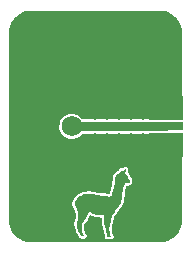
<source format=gbr>
%TF.GenerationSoftware,KiCad,Pcbnew,6.0.1-79c1e3a40b~116~ubuntu20.04.1*%
%TF.CreationDate,2022-01-27T21:51:33+01:00*%
%TF.ProjectId,sma-connector,736d612d-636f-46e6-9e65-63746f722e6b,1*%
%TF.SameCoordinates,Original*%
%TF.FileFunction,Copper,L1,Top*%
%TF.FilePolarity,Positive*%
%FSLAX46Y46*%
G04 Gerber Fmt 4.6, Leading zero omitted, Abs format (unit mm)*
G04 Created by KiCad (PCBNEW 6.0.1-79c1e3a40b~116~ubuntu20.04.1) date 2022-01-27 21:51:33*
%MOMM*%
%LPD*%
G01*
G04 APERTURE LIST*
G04 Aperture macros list*
%AMFreePoly0*
4,1,25,-1.500000,1.420000,-1.360000,1.280000,-1.205000,1.155000,-1.035000,1.045000,-0.860000,0.950000,-0.675000,0.875000,-0.480000,0.820000,-0.280000,0.780000,-0.085000,0.765000,0.085000,0.765000,0.280000,0.780000,0.480000,0.820000,0.675000,0.875000,0.860000,0.950000,1.035000,1.045000,1.205000,1.155000,1.360000,1.280000,1.500000,1.420000,1.645000,1.595000,3.555000,1.595000,
3.555000,-0.755000,-3.555000,-0.755000,-3.555000,1.595000,-1.645000,1.595000,-1.500000,1.420000,-1.500000,1.420000,$1*%
G04 Aperture macros list end*
%TA.AperFunction,SMDPad,CuDef*%
%ADD10R,3.000000X0.800000*%
%TD*%
%TA.AperFunction,ComponentPad*%
%ADD11C,0.800000*%
%TD*%
%TA.AperFunction,SMDPad,CuDef*%
%ADD12R,3.000000X2.000000*%
%TD*%
%TA.AperFunction,ComponentPad*%
%ADD13C,3.400000*%
%TD*%
%TA.AperFunction,SMDPad,CuDef*%
%ADD14C,1.730000*%
%TD*%
%TA.AperFunction,SMDPad,CuDef*%
%ADD15FreePoly0,180.000000*%
%TD*%
%TA.AperFunction,SMDPad,CuDef*%
%ADD16FreePoly0,0.000000*%
%TD*%
%TA.AperFunction,ViaPad*%
%ADD17C,0.800000*%
%TD*%
%TA.AperFunction,Conductor*%
%ADD18C,0.800000*%
%TD*%
G04 APERTURE END LIST*
%TO.C,G\u002A\u002A\u002A*%
G36*
X136548983Y-67137435D02*
G01*
X136566473Y-67146707D01*
X136573503Y-67166088D01*
X136570320Y-67198790D01*
X136557169Y-67248027D01*
X136534626Y-67316053D01*
X136514960Y-67372108D01*
X136497923Y-67419130D01*
X136485257Y-67452422D01*
X136478702Y-67467282D01*
X136478505Y-67467523D01*
X136485289Y-67476203D01*
X136508581Y-67493470D01*
X136543354Y-67515601D01*
X136543685Y-67515799D01*
X136619165Y-67568229D01*
X136676569Y-67623171D01*
X136714749Y-67678522D01*
X136732557Y-67732182D01*
X136728846Y-67782047D01*
X136708983Y-67818579D01*
X136685545Y-67847524D01*
X136753433Y-67888419D01*
X136801659Y-67919701D01*
X136851482Y-67955428D01*
X136877115Y-67975570D01*
X136908385Y-68002788D01*
X136924089Y-68022811D01*
X136928248Y-68043662D01*
X136925187Y-68071435D01*
X136919157Y-68119141D01*
X136915014Y-68167505D01*
X136914860Y-68170268D01*
X136908443Y-68207889D01*
X136891939Y-68229077D01*
X136885142Y-68233029D01*
X136857212Y-68252835D01*
X136833532Y-68276823D01*
X136821457Y-68289767D01*
X136806748Y-68298692D01*
X136784526Y-68304627D01*
X136749913Y-68308603D01*
X136698027Y-68311651D01*
X136660954Y-68313281D01*
X136589353Y-68317603D01*
X136535454Y-68323662D01*
X136502094Y-68331085D01*
X136494013Y-68335184D01*
X136479580Y-68357384D01*
X136468714Y-68391433D01*
X136467661Y-68397195D01*
X136458828Y-68428500D01*
X136441324Y-68474186D01*
X136418152Y-68526750D01*
X136404454Y-68555127D01*
X136383847Y-68597750D01*
X136367793Y-68635518D01*
X136354826Y-68673761D01*
X136343479Y-68717806D01*
X136332287Y-68772983D01*
X136319782Y-68844620D01*
X136312299Y-68889990D01*
X136298626Y-68980404D01*
X136285306Y-69080321D01*
X136273533Y-69179974D01*
X136264499Y-69269594D01*
X136261540Y-69305468D01*
X136244458Y-69484936D01*
X136221201Y-69644064D01*
X136191090Y-69786699D01*
X136153933Y-69915225D01*
X136119233Y-70008557D01*
X136079816Y-70089949D01*
X136031473Y-70166239D01*
X135969997Y-70244263D01*
X135911002Y-70309890D01*
X135793005Y-70450410D01*
X135692761Y-70602053D01*
X135617818Y-70745544D01*
X135584000Y-70813616D01*
X135553544Y-70864591D01*
X135522177Y-70904969D01*
X135494341Y-70933276D01*
X135461129Y-70962697D01*
X135434053Y-70983815D01*
X135418831Y-70992180D01*
X135418623Y-70992187D01*
X135404288Y-71000024D01*
X135390448Y-71024687D01*
X135376613Y-71067901D01*
X135362291Y-71131393D01*
X135346992Y-71216890D01*
X135337379Y-71277894D01*
X135319656Y-71389529D01*
X135302573Y-71484193D01*
X135284372Y-71569602D01*
X135263293Y-71653474D01*
X135237580Y-71743526D01*
X135213093Y-71823278D01*
X135188507Y-71906831D01*
X135172034Y-71978473D01*
X135163316Y-72044883D01*
X135161994Y-72112742D01*
X135167710Y-72188728D01*
X135180105Y-72279521D01*
X135186483Y-72319238D01*
X135198350Y-72393059D01*
X135209432Y-72465411D01*
X135218727Y-72529510D01*
X135225234Y-72578572D01*
X135226791Y-72592090D01*
X135235591Y-72646104D01*
X135251763Y-72690710D01*
X135280132Y-72738801D01*
X135283636Y-72744018D01*
X135331881Y-72815332D01*
X134969318Y-72815332D01*
X134977699Y-72775024D01*
X134988079Y-72739306D01*
X135000592Y-72711884D01*
X135006425Y-72695629D01*
X135003571Y-72673531D01*
X134990624Y-72639765D01*
X134975343Y-72607174D01*
X134951334Y-72552338D01*
X134930892Y-72492520D01*
X134912691Y-72422682D01*
X134895405Y-72337789D01*
X134879083Y-72241499D01*
X134866988Y-72178939D01*
X134849142Y-72103484D01*
X134828158Y-72025587D01*
X134810901Y-71968647D01*
X134787294Y-71893226D01*
X134769065Y-71828083D01*
X134755108Y-71767061D01*
X134744317Y-71704005D01*
X134735586Y-71632758D01*
X134727809Y-71547164D01*
X134722374Y-71475879D01*
X134716044Y-71352073D01*
X134715081Y-71233563D01*
X134719371Y-71126298D01*
X134728798Y-71036226D01*
X134731216Y-71021223D01*
X134737981Y-70982046D01*
X134515676Y-70988913D01*
X134370694Y-70990737D01*
X134244557Y-70986229D01*
X134132001Y-70974887D01*
X134027762Y-70956211D01*
X133942311Y-70934353D01*
X133814531Y-70887707D01*
X133707319Y-70827643D01*
X133620148Y-70753786D01*
X133552489Y-70665762D01*
X133545166Y-70653375D01*
X133510927Y-70593616D01*
X133502204Y-70628369D01*
X133478365Y-70697004D01*
X133441469Y-70772732D01*
X133396836Y-70845988D01*
X133349790Y-70907210D01*
X133342803Y-70914817D01*
X133301993Y-70959259D01*
X133274619Y-70994404D01*
X133256421Y-71028335D01*
X133243139Y-71069138D01*
X133230513Y-71124897D01*
X133229482Y-71129871D01*
X133206493Y-71217050D01*
X133173878Y-71296687D01*
X133128669Y-71373894D01*
X133067897Y-71453780D01*
X132993229Y-71536617D01*
X132940532Y-71592762D01*
X132902655Y-71635946D01*
X132876498Y-71670355D01*
X132858962Y-71700180D01*
X132846946Y-71729607D01*
X132844311Y-71737815D01*
X132827668Y-71812698D01*
X132817915Y-71900830D01*
X132815708Y-71991447D01*
X132821707Y-72073788D01*
X132823167Y-72083593D01*
X132845949Y-72222991D01*
X132866117Y-72339479D01*
X132884067Y-72434771D01*
X132900193Y-72510580D01*
X132914893Y-72568617D01*
X132928560Y-72610596D01*
X132941591Y-72638229D01*
X132954381Y-72653229D01*
X132954792Y-72653520D01*
X132991397Y-72683848D01*
X133024435Y-72719415D01*
X133047134Y-72752465D01*
X133052433Y-72765393D01*
X133054058Y-72776810D01*
X133048887Y-72784118D01*
X133032661Y-72788229D01*
X133001120Y-72790059D01*
X132950004Y-72790519D01*
X132935209Y-72790527D01*
X132811411Y-72790527D01*
X132814264Y-72756421D01*
X132811768Y-72734561D01*
X132798532Y-72709668D01*
X132771441Y-72676955D01*
X132743613Y-72647900D01*
X132692227Y-72588998D01*
X132645461Y-72519928D01*
X132601544Y-72437267D01*
X132558705Y-72337595D01*
X132515172Y-72217490D01*
X132504923Y-72186759D01*
X132463141Y-72052764D01*
X132432802Y-71936645D01*
X132413967Y-71834241D01*
X132406694Y-71741389D01*
X132411044Y-71653926D01*
X132427077Y-71567692D01*
X132454853Y-71478524D01*
X132494430Y-71382260D01*
X132517187Y-71333252D01*
X132535573Y-71293298D01*
X132547500Y-71260886D01*
X132554325Y-71228602D01*
X132557404Y-71189034D01*
X132558092Y-71134770D01*
X132558014Y-71110009D01*
X132548526Y-70976620D01*
X132521426Y-70827354D01*
X132476994Y-70663515D01*
X132435241Y-70539502D01*
X132413485Y-70474467D01*
X132393059Y-70404948D01*
X132377146Y-70342116D01*
X132372181Y-70318331D01*
X132356944Y-70250082D01*
X132340420Y-70198304D01*
X132323680Y-70164656D01*
X132307797Y-70150796D01*
X132293841Y-70158384D01*
X132284408Y-70182482D01*
X132278682Y-70202440D01*
X132273410Y-70204268D01*
X132265112Y-70185910D01*
X132258185Y-70166979D01*
X132245107Y-70109030D01*
X132240320Y-70037013D01*
X132243593Y-69960157D01*
X132254693Y-69887689D01*
X132266241Y-69846612D01*
X132322965Y-69723134D01*
X132400947Y-69610445D01*
X132498711Y-69509411D01*
X132614783Y-69420898D01*
X132747688Y-69345772D01*
X132895949Y-69284897D01*
X133058094Y-69239141D01*
X133232645Y-69209368D01*
X133371386Y-69198023D01*
X133476743Y-69195578D01*
X133577648Y-69198650D01*
X133679998Y-69207893D01*
X133789687Y-69223960D01*
X133912612Y-69247505D01*
X134009974Y-69268851D01*
X134125308Y-69294699D01*
X134221050Y-69314928D01*
X134301618Y-69330146D01*
X134371429Y-69340960D01*
X134434904Y-69347978D01*
X134496458Y-69351810D01*
X134560511Y-69353062D01*
X134618374Y-69352584D01*
X134685716Y-69351793D01*
X134738854Y-69352601D01*
X134784830Y-69355874D01*
X134830687Y-69362478D01*
X134883469Y-69373280D01*
X134950217Y-69389146D01*
X134984403Y-69397600D01*
X135070839Y-69418162D01*
X135137639Y-69431327D01*
X135188847Y-69437079D01*
X135228509Y-69435406D01*
X135260669Y-69426290D01*
X135289372Y-69409719D01*
X135306331Y-69396432D01*
X135331601Y-69371905D01*
X135353018Y-69342447D01*
X135372123Y-69304296D01*
X135390455Y-69253687D01*
X135409556Y-69186855D01*
X135430967Y-69100037D01*
X135435367Y-69081213D01*
X135456442Y-68995160D01*
X135481837Y-68898595D01*
X135508531Y-68802654D01*
X135533499Y-68718473D01*
X135536311Y-68709450D01*
X135554945Y-68648715D01*
X135569737Y-68596126D01*
X135581647Y-68546496D01*
X135591634Y-68494644D01*
X135600657Y-68435383D01*
X135609676Y-68363531D01*
X135619649Y-68273902D01*
X135623385Y-68238867D01*
X135636703Y-68116285D01*
X135648553Y-68015365D01*
X135659505Y-67933049D01*
X135670125Y-67866278D01*
X135680981Y-67811993D01*
X135692643Y-67767135D01*
X135705677Y-67728646D01*
X135720651Y-67693467D01*
X135727185Y-67679893D01*
X135752076Y-67632849D01*
X135777417Y-67594250D01*
X135807496Y-67559715D01*
X135846599Y-67524862D01*
X135899012Y-67485310D01*
X135957275Y-67444692D01*
X136016903Y-67401539D01*
X136078903Y-67352737D01*
X136134573Y-67305315D01*
X136164539Y-67277278D01*
X136202207Y-67242003D01*
X136234668Y-67215432D01*
X136257254Y-67201203D01*
X136263758Y-67199950D01*
X136280048Y-67217495D01*
X136281983Y-67253480D01*
X136269588Y-67306135D01*
X136262002Y-67327816D01*
X136248222Y-67365970D01*
X136238903Y-67394305D01*
X136236328Y-67404851D01*
X136243925Y-67402553D01*
X136264266Y-67385423D01*
X136293674Y-67357220D01*
X136328473Y-67321704D01*
X136364988Y-67282633D01*
X136399541Y-67243769D01*
X136428456Y-67208870D01*
X136430408Y-67206372D01*
X136463047Y-67167073D01*
X136487876Y-67144927D01*
X136509995Y-67135908D01*
X136520788Y-67135058D01*
X136548983Y-67137435D01*
G37*
%TD*%
D10*
%TO.P,J2,1,Pin_1*%
%TO.N,Net-(J1-Pad1)*%
X140000000Y-63500000D03*
D11*
%TO.P,J2,2,Pin_2*%
%TO.N,GND*%
X139500000Y-65000000D03*
X140500000Y-65100000D03*
X141000000Y-62500000D03*
X139000000Y-62500000D03*
X141000000Y-64500000D03*
D12*
X140000000Y-61900000D03*
X140000000Y-65100000D03*
D11*
X139500000Y-62000000D03*
X140500000Y-62000000D03*
X140000000Y-62500000D03*
X139000000Y-64500000D03*
X140000000Y-64500000D03*
%TD*%
D13*
%TO.P,H3,1,1*%
%TO.N,GND*%
X129000000Y-56000000D03*
%TD*%
D14*
%TO.P,J1,1,In*%
%TO.N,Net-(J1-Pad1)*%
X132000000Y-63500000D03*
D15*
%TO.P,J1,2,Ext*%
%TO.N,GND*%
X132000000Y-60700000D03*
D16*
X132000000Y-66300000D03*
%TD*%
D13*
%TO.P,H4,1,1*%
%TO.N,GND*%
X139000000Y-71000000D03*
%TD*%
%TO.P,H2,1,1*%
%TO.N,GND*%
X139000000Y-56000000D03*
%TD*%
%TO.P,H1,1,1*%
%TO.N,GND*%
X129000000Y-71000000D03*
%TD*%
D17*
%TO.N,GND*%
X134500000Y-62000000D03*
X133000000Y-61500000D03*
X132000000Y-61500000D03*
X131000000Y-61500000D03*
X131000000Y-65500000D03*
X132000000Y-65500000D03*
X133000000Y-65500000D03*
X130500000Y-64000000D03*
X130500000Y-63000000D03*
X130000000Y-63500000D03*
X130000000Y-64500000D03*
X130000000Y-62500000D03*
X130500000Y-62000000D03*
X130500000Y-65000000D03*
X131500000Y-65000000D03*
X131500000Y-62000000D03*
X132500000Y-62000000D03*
X132500000Y-65000000D03*
X133500000Y-65000000D03*
X133500000Y-62000000D03*
X135500000Y-62000000D03*
X136500000Y-62000000D03*
X137500000Y-62000000D03*
X138500000Y-62000000D03*
X138500000Y-65000000D03*
X137500000Y-65000000D03*
X136500000Y-65000000D03*
X135500000Y-65000000D03*
X134500000Y-65000000D03*
X134000000Y-64500000D03*
X135000000Y-64500000D03*
X136000000Y-64500000D03*
X137000000Y-64500000D03*
X138000000Y-64500000D03*
X134000000Y-62500000D03*
X135000000Y-62500000D03*
X136000000Y-62500000D03*
X137000000Y-62500000D03*
X138000000Y-62500000D03*
%TD*%
D18*
%TO.N,Net-(J1-Pad1)*%
X140000000Y-63500000D02*
X132000000Y-63500000D01*
%TD*%
%TA.AperFunction,Conductor*%
%TO.N,GND*%
G36*
X139488227Y-53702518D02*
G01*
X139499642Y-53705143D01*
X139510517Y-53702682D01*
X139521664Y-53702702D01*
X139521664Y-53702863D01*
X139531669Y-53702076D01*
X139603759Y-53706801D01*
X139728475Y-53714975D01*
X139741302Y-53716663D01*
X139959516Y-53760068D01*
X139972016Y-53763418D01*
X140182691Y-53834933D01*
X140194653Y-53839889D01*
X140276954Y-53880475D01*
X140394180Y-53938284D01*
X140405386Y-53944753D01*
X140590385Y-54068365D01*
X140600639Y-54076233D01*
X140767914Y-54222930D01*
X140777069Y-54232085D01*
X140923767Y-54399361D01*
X140931635Y-54409615D01*
X141055247Y-54594614D01*
X141061716Y-54605820D01*
X141160111Y-54805346D01*
X141165067Y-54817309D01*
X141236581Y-55027980D01*
X141239933Y-55040489D01*
X141283336Y-55258691D01*
X141285026Y-55271530D01*
X141297891Y-55467816D01*
X141297101Y-55477628D01*
X141297375Y-55477628D01*
X141297355Y-55488778D01*
X141294857Y-55499642D01*
X141297317Y-55510514D01*
X141297317Y-55510516D01*
X141297559Y-55511583D01*
X141300000Y-55533432D01*
X141300000Y-62800500D01*
X141281093Y-62858691D01*
X141231593Y-62894655D01*
X141201000Y-62899500D01*
X132932248Y-62899500D01*
X132874057Y-62880593D01*
X132855528Y-62863071D01*
X132762766Y-62749333D01*
X132762765Y-62749332D01*
X132759705Y-62745580D01*
X132598703Y-62612387D01*
X132414896Y-62513003D01*
X132350405Y-62493040D01*
X132219906Y-62452643D01*
X132219902Y-62452642D01*
X132215285Y-62451213D01*
X132210477Y-62450708D01*
X132210474Y-62450707D01*
X132012291Y-62429877D01*
X132012289Y-62429877D01*
X132007475Y-62429371D01*
X131938196Y-62435676D01*
X131804199Y-62447870D01*
X131804195Y-62447871D01*
X131799379Y-62448309D01*
X131794737Y-62449675D01*
X131794733Y-62449676D01*
X131603573Y-62505938D01*
X131603570Y-62505939D01*
X131598926Y-62507306D01*
X131413749Y-62604114D01*
X131409980Y-62607144D01*
X131409979Y-62607145D01*
X131254675Y-62732012D01*
X131254673Y-62732014D01*
X131250902Y-62735046D01*
X131247788Y-62738757D01*
X131247787Y-62738758D01*
X131195980Y-62800500D01*
X131116588Y-62895115D01*
X131015923Y-63078224D01*
X130952741Y-63277398D01*
X130929449Y-63485051D01*
X130946934Y-63693274D01*
X131004530Y-63894134D01*
X131100043Y-64079983D01*
X131229835Y-64243739D01*
X131233515Y-64246871D01*
X131233517Y-64246873D01*
X131350774Y-64346666D01*
X131388963Y-64379168D01*
X131393185Y-64381528D01*
X131393190Y-64381531D01*
X131437272Y-64406167D01*
X131571364Y-64481108D01*
X131575962Y-64482602D01*
X131765488Y-64544183D01*
X131765490Y-64544184D01*
X131770093Y-64545679D01*
X131977578Y-64570420D01*
X131982400Y-64570049D01*
X131982403Y-64570049D01*
X132181089Y-64554761D01*
X132181094Y-64554760D01*
X132185917Y-64554389D01*
X132387175Y-64498197D01*
X132391488Y-64496018D01*
X132391494Y-64496016D01*
X132569365Y-64406167D01*
X132569367Y-64406165D01*
X132573686Y-64403984D01*
X132616526Y-64370514D01*
X132734534Y-64278316D01*
X132734537Y-64278313D01*
X132738345Y-64275338D01*
X132765621Y-64243739D01*
X132859643Y-64134812D01*
X132911979Y-64103116D01*
X132934586Y-64100500D01*
X141201000Y-64100500D01*
X141259191Y-64119407D01*
X141295155Y-64168907D01*
X141300000Y-64199500D01*
X141300000Y-71466040D01*
X141297482Y-71488227D01*
X141294857Y-71499642D01*
X141297318Y-71510517D01*
X141297298Y-71521664D01*
X141297137Y-71521664D01*
X141297924Y-71531669D01*
X141294439Y-71584849D01*
X141285112Y-71727164D01*
X141285026Y-71728469D01*
X141283337Y-71741302D01*
X141239933Y-71959511D01*
X141236582Y-71972016D01*
X141169151Y-72170661D01*
X141165067Y-72182691D01*
X141160111Y-72194654D01*
X141061716Y-72394180D01*
X141055247Y-72405386D01*
X140931635Y-72590385D01*
X140923767Y-72600639D01*
X140777949Y-72766912D01*
X140777070Y-72767914D01*
X140767915Y-72777069D01*
X140600639Y-72923767D01*
X140590385Y-72931635D01*
X140405386Y-73055247D01*
X140394180Y-73061716D01*
X140215697Y-73149734D01*
X140194654Y-73160111D01*
X140182692Y-73165067D01*
X139972016Y-73236582D01*
X139959516Y-73239932D01*
X139741302Y-73283337D01*
X139728477Y-73285025D01*
X139532181Y-73297891D01*
X139522372Y-73297101D01*
X139522372Y-73297375D01*
X139511222Y-73297355D01*
X139500358Y-73294857D01*
X139489486Y-73297317D01*
X139489484Y-73297317D01*
X139488417Y-73297559D01*
X139466568Y-73300000D01*
X128533960Y-73300000D01*
X128511773Y-73297482D01*
X128500358Y-73294857D01*
X128489483Y-73297318D01*
X128478336Y-73297298D01*
X128478336Y-73297137D01*
X128468331Y-73297924D01*
X128396241Y-73293199D01*
X128271525Y-73285025D01*
X128258698Y-73283337D01*
X128040484Y-73239932D01*
X128027984Y-73236582D01*
X127817308Y-73165067D01*
X127805346Y-73160111D01*
X127784304Y-73149734D01*
X127605820Y-73061716D01*
X127594614Y-73055247D01*
X127409615Y-72931635D01*
X127399361Y-72923767D01*
X127232085Y-72777069D01*
X127222930Y-72767914D01*
X127222051Y-72766912D01*
X127076233Y-72600639D01*
X127068365Y-72590385D01*
X126944753Y-72405386D01*
X126938284Y-72394180D01*
X126839889Y-72194654D01*
X126834933Y-72182691D01*
X126830849Y-72170661D01*
X126763418Y-71972016D01*
X126760067Y-71959511D01*
X126716663Y-71741302D01*
X126714974Y-71728470D01*
X126714889Y-71727164D01*
X126702109Y-71532181D01*
X126702899Y-71522372D01*
X126702625Y-71522372D01*
X126702645Y-71511222D01*
X126705143Y-71500358D01*
X126702683Y-71489486D01*
X126702683Y-71489484D01*
X126702441Y-71488417D01*
X126700000Y-71466568D01*
X126700000Y-70027605D01*
X132039253Y-70027605D01*
X132039624Y-70033191D01*
X132039624Y-70033196D01*
X132039679Y-70034025D01*
X132039808Y-70044783D01*
X132039542Y-70051029D01*
X132040548Y-70056503D01*
X132040568Y-70056794D01*
X132041908Y-70067541D01*
X132043213Y-70087165D01*
X132044844Y-70111704D01*
X132045061Y-70118669D01*
X132045011Y-70130893D01*
X132046246Y-70136365D01*
X132046387Y-70137652D01*
X132046675Y-70139246D01*
X132047043Y-70144791D01*
X132048636Y-70150117D01*
X132050567Y-70156573D01*
X132052289Y-70163140D01*
X132059879Y-70196770D01*
X132061535Y-70206227D01*
X132062555Y-70214365D01*
X132064481Y-70219628D01*
X132065155Y-70222410D01*
X132065810Y-70224635D01*
X132066832Y-70227579D01*
X132068055Y-70233000D01*
X132070452Y-70238011D01*
X132071529Y-70241113D01*
X132072895Y-70244545D01*
X132073506Y-70247581D01*
X132075811Y-70252681D01*
X132075812Y-70252683D01*
X132078321Y-70258233D01*
X132081080Y-70264992D01*
X132085038Y-70275809D01*
X132086880Y-70278651D01*
X132090412Y-70287055D01*
X132099294Y-70312744D01*
X132107148Y-70320660D01*
X132107149Y-70320662D01*
X132117437Y-70331032D01*
X132126039Y-70340936D01*
X132141610Y-70361470D01*
X132151529Y-70366552D01*
X132154870Y-70369353D01*
X132156975Y-70371288D01*
X132158436Y-70372358D01*
X132159699Y-70373630D01*
X132159941Y-70374016D01*
X132161544Y-70375490D01*
X132163559Y-70377521D01*
X132162685Y-70378388D01*
X132191743Y-70424686D01*
X132194277Y-70434688D01*
X132194553Y-70435979D01*
X132194765Y-70439527D01*
X132196345Y-70444904D01*
X132199583Y-70455923D01*
X132200559Y-70459489D01*
X132204716Y-70475906D01*
X132206331Y-70479069D01*
X132206750Y-70480320D01*
X132215962Y-70511674D01*
X132216271Y-70512895D01*
X132216608Y-70516367D01*
X132218385Y-70521679D01*
X132222060Y-70532664D01*
X132223159Y-70536166D01*
X132227952Y-70552479D01*
X132229657Y-70555527D01*
X132230108Y-70556725D01*
X132238423Y-70581579D01*
X132238426Y-70581592D01*
X132238445Y-70581783D01*
X132245561Y-70602920D01*
X132245563Y-70603117D01*
X132245621Y-70603098D01*
X132252725Y-70624333D01*
X132252826Y-70624499D01*
X132252831Y-70624511D01*
X132281031Y-70708268D01*
X132284587Y-70718831D01*
X132286311Y-70724508D01*
X132325063Y-70867404D01*
X132326922Y-70875630D01*
X132348843Y-70996372D01*
X132350183Y-71007012D01*
X132357798Y-71114069D01*
X132358047Y-71120769D01*
X132358078Y-71130499D01*
X132358086Y-71133064D01*
X132358078Y-71134584D01*
X132357645Y-71168724D01*
X132357543Y-71176784D01*
X132357252Y-71183212D01*
X132356829Y-71188645D01*
X132348063Y-71222345D01*
X132335662Y-71249294D01*
X132335518Y-71249605D01*
X132321378Y-71280055D01*
X132320491Y-71281807D01*
X132318093Y-71285194D01*
X132315963Y-71290375D01*
X132315962Y-71290377D01*
X132311991Y-71300036D01*
X132310227Y-71304071D01*
X132303537Y-71318477D01*
X132302672Y-71322525D01*
X132301978Y-71324390D01*
X132277744Y-71383336D01*
X132275713Y-71387446D01*
X132273480Y-71392514D01*
X132270661Y-71397348D01*
X132267822Y-71406463D01*
X132264870Y-71414650D01*
X132261303Y-71423327D01*
X132260385Y-71428809D01*
X132258940Y-71433875D01*
X132257827Y-71438543D01*
X132240941Y-71492755D01*
X132237224Y-71502754D01*
X132234600Y-71508793D01*
X132233576Y-71514299D01*
X132233398Y-71514882D01*
X132231217Y-71523682D01*
X132231072Y-71524435D01*
X132229421Y-71529736D01*
X132228990Y-71535273D01*
X132228903Y-71536389D01*
X132227534Y-71546796D01*
X132216937Y-71603795D01*
X132214865Y-71612652D01*
X132213945Y-71615902D01*
X132213943Y-71615911D01*
X132212420Y-71621296D01*
X132212142Y-71626889D01*
X132211576Y-71630338D01*
X132211308Y-71634069D01*
X132210292Y-71639534D01*
X132210517Y-71645090D01*
X132210659Y-71648605D01*
X132210618Y-71657525D01*
X132209362Y-71682774D01*
X132207743Y-71715344D01*
X132207674Y-71716724D01*
X132206715Y-71726396D01*
X132206406Y-71728469D01*
X132205530Y-71734353D01*
X132205967Y-71739933D01*
X132205875Y-71742575D01*
X132205917Y-71745551D01*
X132206097Y-71748427D01*
X132205821Y-71753972D01*
X132206786Y-71759442D01*
X132206786Y-71759446D01*
X132207231Y-71761966D01*
X132208434Y-71771427D01*
X132213102Y-71831012D01*
X132213145Y-71831566D01*
X132213306Y-71841080D01*
X132213403Y-71842483D01*
X132213156Y-71848072D01*
X132214167Y-71853571D01*
X132214168Y-71853579D01*
X132214459Y-71855159D01*
X132215788Y-71865326D01*
X132215802Y-71865498D01*
X132216338Y-71872336D01*
X132217993Y-71877641D01*
X132218227Y-71878855D01*
X132220538Y-71888208D01*
X132231647Y-71948602D01*
X132232026Y-71950665D01*
X132232655Y-71954509D01*
X132233388Y-71959621D01*
X132233554Y-71965218D01*
X132234969Y-71970633D01*
X132234970Y-71970642D01*
X132236511Y-71976539D01*
X132238092Y-71983651D01*
X132239172Y-71989524D01*
X132239175Y-71989533D01*
X132240180Y-71994998D01*
X132242378Y-72000107D01*
X132243955Y-72005315D01*
X132244987Y-72008977D01*
X132264098Y-72082122D01*
X132264632Y-72084167D01*
X132265115Y-72086303D01*
X132265444Y-72090607D01*
X132267111Y-72095953D01*
X132270124Y-72105616D01*
X132271398Y-72110065D01*
X132273931Y-72119761D01*
X132273933Y-72119766D01*
X132275336Y-72125136D01*
X132277327Y-72128962D01*
X132278060Y-72131067D01*
X132307741Y-72226255D01*
X132307824Y-72226574D01*
X132308007Y-72228478D01*
X132314286Y-72247307D01*
X132314858Y-72249081D01*
X132319271Y-72263232D01*
X132318543Y-72263459D01*
X132318983Y-72264430D01*
X132319399Y-72264279D01*
X132319399Y-72264280D01*
X132325662Y-72281557D01*
X132325824Y-72282005D01*
X132326661Y-72284412D01*
X132332578Y-72302153D01*
X132333871Y-72304281D01*
X132334090Y-72304813D01*
X132363808Y-72386800D01*
X132365048Y-72390538D01*
X132365985Y-72395693D01*
X132368194Y-72400833D01*
X132368195Y-72400836D01*
X132371524Y-72408582D01*
X132373643Y-72413937D01*
X132378358Y-72426944D01*
X132381189Y-72431342D01*
X132382871Y-72434982D01*
X132383422Y-72436264D01*
X132409292Y-72496454D01*
X132410679Y-72500449D01*
X132410758Y-72500418D01*
X132412810Y-72505626D01*
X132414263Y-72511037D01*
X132416891Y-72515983D01*
X132419140Y-72520216D01*
X132422666Y-72527570D01*
X132426700Y-72536955D01*
X132429974Y-72541444D01*
X132432724Y-72546269D01*
X132432661Y-72546305D01*
X132434903Y-72549887D01*
X132458381Y-72594077D01*
X132460447Y-72597966D01*
X132464720Y-72607312D01*
X132465089Y-72608016D01*
X132467111Y-72613243D01*
X132470251Y-72617880D01*
X132470251Y-72617881D01*
X132470892Y-72618827D01*
X132476333Y-72627867D01*
X132479419Y-72633675D01*
X132483049Y-72637876D01*
X132483418Y-72638414D01*
X132489733Y-72646652D01*
X132517883Y-72688230D01*
X132523182Y-72697003D01*
X132526580Y-72703354D01*
X132530259Y-72707571D01*
X132531034Y-72708693D01*
X132535128Y-72714009D01*
X132536141Y-72715194D01*
X132539258Y-72719798D01*
X132544574Y-72724764D01*
X132551592Y-72732025D01*
X132554644Y-72735523D01*
X132579885Y-72764456D01*
X132581255Y-72766136D01*
X132583457Y-72769828D01*
X132587331Y-72773873D01*
X132590723Y-72778327D01*
X132589201Y-72779486D01*
X132609752Y-72817679D01*
X132611376Y-72824827D01*
X132611366Y-72835976D01*
X132616192Y-72846027D01*
X132616970Y-72849450D01*
X132618224Y-72852731D01*
X132619789Y-72863770D01*
X132633356Y-72884060D01*
X132640296Y-72896223D01*
X132650864Y-72918232D01*
X132659569Y-72925194D01*
X132661754Y-72927941D01*
X132664312Y-72930358D01*
X132670507Y-72939623D01*
X132680107Y-72945285D01*
X132680110Y-72945288D01*
X132691527Y-72952022D01*
X132703061Y-72959976D01*
X132713417Y-72968257D01*
X132713418Y-72968258D01*
X132722126Y-72975221D01*
X132732990Y-72977719D01*
X132736151Y-72979247D01*
X132739502Y-72980315D01*
X132749103Y-72985978D01*
X132760211Y-72986917D01*
X132773414Y-72988033D01*
X132777659Y-72988697D01*
X132777665Y-72988640D01*
X132783227Y-72989271D01*
X132788688Y-72990527D01*
X132798741Y-72990527D01*
X132807080Y-72990879D01*
X132840026Y-72993664D01*
X132847533Y-72990802D01*
X132851459Y-72990527D01*
X132912543Y-72990527D01*
X132912594Y-72990539D01*
X132912750Y-72990539D01*
X132924333Y-72990533D01*
X132928195Y-72990531D01*
X132928262Y-72990535D01*
X132929082Y-72990715D01*
X132931350Y-72990695D01*
X132931358Y-72990695D01*
X132949091Y-72990535D01*
X132949539Y-72990531D01*
X132950427Y-72990527D01*
X132957755Y-72990527D01*
X132957808Y-72990515D01*
X132957839Y-72990515D01*
X132972658Y-72990507D01*
X132973477Y-72990319D01*
X132973554Y-72990314D01*
X132983116Y-72990229D01*
X132985580Y-72990286D01*
X132990020Y-72991039D01*
X132995606Y-72990715D01*
X132995607Y-72990715D01*
X132998640Y-72990539D01*
X133005402Y-72990147D01*
X133010231Y-72989985D01*
X133025465Y-72989848D01*
X133029842Y-72988808D01*
X133032355Y-72988583D01*
X133038742Y-72988213D01*
X133042275Y-72988071D01*
X133045456Y-72988001D01*
X133045459Y-72988000D01*
X133053790Y-72987816D01*
X133060401Y-72988938D01*
X133099770Y-72977598D01*
X133102838Y-72976768D01*
X133119863Y-72972455D01*
X133122586Y-72971063D01*
X133123418Y-72970787D01*
X133148084Y-72963683D01*
X133156400Y-72956256D01*
X133161172Y-72953620D01*
X133166407Y-72950033D01*
X133170592Y-72946532D01*
X133180523Y-72941457D01*
X133190524Y-72928297D01*
X133194688Y-72923388D01*
X133203112Y-72917760D01*
X133216103Y-72895749D01*
X133222531Y-72886180D01*
X133224148Y-72884052D01*
X133235733Y-72868808D01*
X133237600Y-72859658D01*
X133239051Y-72856867D01*
X133249490Y-72839179D01*
X133250432Y-72828078D01*
X133251499Y-72824734D01*
X133252085Y-72821265D01*
X133256339Y-72810960D01*
X133254910Y-72785937D01*
X133254910Y-72785726D01*
X133257191Y-72777960D01*
X133255375Y-72766912D01*
X133253851Y-72757648D01*
X133252700Y-72747227D01*
X133251138Y-72719862D01*
X133246158Y-72710867D01*
X133246109Y-72710566D01*
X133245300Y-72708594D01*
X133245029Y-72707654D01*
X133244250Y-72706031D01*
X133238905Y-72692990D01*
X133238053Y-72690842D01*
X133226888Y-72661680D01*
X133222903Y-72651271D01*
X133215708Y-72644479D01*
X133211326Y-72638253D01*
X133210827Y-72637535D01*
X133197328Y-72617881D01*
X133196053Y-72616024D01*
X133191873Y-72609389D01*
X133189233Y-72604805D01*
X133189229Y-72604800D01*
X133186435Y-72599948D01*
X133182622Y-72595843D01*
X133181319Y-72594077D01*
X133179678Y-72592183D01*
X133176532Y-72587602D01*
X133172445Y-72583835D01*
X133172442Y-72583831D01*
X133168476Y-72580175D01*
X133163047Y-72574767D01*
X133147705Y-72558252D01*
X133141596Y-72551010D01*
X133136493Y-72544337D01*
X133132177Y-72540761D01*
X133128300Y-72536730D01*
X133129736Y-72535349D01*
X133101436Y-72490550D01*
X133095695Y-72467886D01*
X133095474Y-72467013D01*
X133094616Y-72463326D01*
X133093579Y-72458447D01*
X133080420Y-72396589D01*
X133079966Y-72394328D01*
X133079517Y-72391941D01*
X133075197Y-72369011D01*
X133063074Y-72304651D01*
X133062814Y-72303214D01*
X133043251Y-72190220D01*
X133043096Y-72189299D01*
X133027840Y-72095953D01*
X133021356Y-72056277D01*
X133020322Y-72047504D01*
X133018862Y-72027457D01*
X133016235Y-71991407D01*
X133016002Y-71981801D01*
X133017544Y-71918526D01*
X133018114Y-71910063D01*
X133024669Y-71850822D01*
X133026425Y-71840248D01*
X133033228Y-71809642D01*
X133051059Y-71771207D01*
X133055533Y-71765322D01*
X133059914Y-71759960D01*
X133087577Y-71728421D01*
X133089818Y-71725951D01*
X133124708Y-71688777D01*
X133124963Y-71688530D01*
X133126572Y-71687402D01*
X133139833Y-71672691D01*
X133141122Y-71671290D01*
X133154487Y-71657050D01*
X133155476Y-71655360D01*
X133155702Y-71655085D01*
X133202109Y-71603600D01*
X133205191Y-71600637D01*
X133205139Y-71600587D01*
X133209013Y-71596539D01*
X133213315Y-71592956D01*
X133216703Y-71588502D01*
X133216707Y-71588498D01*
X133219538Y-71584776D01*
X133224794Y-71578433D01*
X133227829Y-71575066D01*
X133231549Y-71570939D01*
X133234258Y-71566088D01*
X133237494Y-71561569D01*
X133237543Y-71561604D01*
X133239877Y-71558040D01*
X133278268Y-71507574D01*
X133285004Y-71499627D01*
X133285933Y-71498641D01*
X133289776Y-71494563D01*
X133292606Y-71489729D01*
X133293242Y-71488880D01*
X133297488Y-71482541D01*
X133298135Y-71481458D01*
X133301495Y-71477041D01*
X133304403Y-71470634D01*
X133309121Y-71461526D01*
X133334497Y-71418190D01*
X133340008Y-71408778D01*
X133344561Y-71401709D01*
X133347119Y-71398086D01*
X133347121Y-71398082D01*
X133350346Y-71393514D01*
X133352468Y-71388332D01*
X133353804Y-71385896D01*
X133355048Y-71383093D01*
X133357859Y-71378292D01*
X133360901Y-71368643D01*
X133363700Y-71360906D01*
X133370139Y-71345184D01*
X133386163Y-71306060D01*
X133390132Y-71297547D01*
X133394088Y-71290018D01*
X133395516Y-71284603D01*
X133396746Y-71281440D01*
X133397023Y-71280612D01*
X133398012Y-71277129D01*
X133400118Y-71271985D01*
X133401526Y-71263500D01*
X133403462Y-71254468D01*
X133403881Y-71252880D01*
X133417796Y-71200112D01*
X133418676Y-71197137D01*
X133420707Y-71192714D01*
X133423696Y-71178295D01*
X133424907Y-71173150D01*
X133427202Y-71164447D01*
X133427203Y-71164441D01*
X133428620Y-71159067D01*
X133428742Y-71155432D01*
X133429116Y-71153426D01*
X133434391Y-71130132D01*
X133458027Y-71085036D01*
X133483054Y-71057782D01*
X133486321Y-71054684D01*
X133486318Y-71054681D01*
X133490208Y-71050655D01*
X133494529Y-71047092D01*
X133497940Y-71042654D01*
X133497947Y-71042646D01*
X133500386Y-71039472D01*
X133505946Y-71032856D01*
X133506783Y-71031944D01*
X133560059Y-71001856D01*
X133620846Y-71008830D01*
X133628104Y-71012513D01*
X133703381Y-71054684D01*
X133708179Y-71057372D01*
X133713718Y-71060718D01*
X133724603Y-71067788D01*
X133729868Y-71069710D01*
X133730702Y-71070127D01*
X133731099Y-71070283D01*
X133731599Y-71070493D01*
X133736449Y-71073210D01*
X133741782Y-71074781D01*
X133741783Y-71074781D01*
X133748990Y-71076904D01*
X133754966Y-71078873D01*
X133855907Y-71115721D01*
X133863619Y-71119102D01*
X133865760Y-71119916D01*
X133870733Y-71122483D01*
X133876151Y-71123869D01*
X133876157Y-71123871D01*
X133878315Y-71124423D01*
X133887722Y-71127335D01*
X133894907Y-71129958D01*
X133900419Y-71130655D01*
X133902466Y-71131151D01*
X133910873Y-71132751D01*
X133945804Y-71141686D01*
X133956508Y-71144424D01*
X133960307Y-71145477D01*
X133964975Y-71146872D01*
X133970124Y-71149069D01*
X133975633Y-71150056D01*
X133981717Y-71151146D01*
X133988784Y-71152681D01*
X133991698Y-71153426D01*
X134000041Y-71155560D01*
X134005595Y-71155705D01*
X134010704Y-71156416D01*
X134014519Y-71157023D01*
X134036277Y-71160921D01*
X134074705Y-71167806D01*
X134078529Y-71168792D01*
X134078566Y-71168620D01*
X134084041Y-71169807D01*
X134089341Y-71171601D01*
X134100515Y-71172727D01*
X134108036Y-71173778D01*
X134118922Y-71175728D01*
X134124468Y-71175467D01*
X134130019Y-71175829D01*
X134130009Y-71175990D01*
X134133957Y-71176097D01*
X134203821Y-71183137D01*
X134208567Y-71183731D01*
X134209291Y-71183840D01*
X134214705Y-71185290D01*
X134220305Y-71185490D01*
X134227743Y-71185756D01*
X134234131Y-71186192D01*
X134241407Y-71186925D01*
X134241410Y-71186925D01*
X134246937Y-71187482D01*
X134252447Y-71186796D01*
X134253404Y-71186785D01*
X134258095Y-71186841D01*
X134293238Y-71188097D01*
X134343775Y-71189903D01*
X134346138Y-71190064D01*
X134350489Y-71191007D01*
X134365981Y-71190812D01*
X134370748Y-71190867D01*
X134374668Y-71191007D01*
X134380535Y-71191217D01*
X134380538Y-71191217D01*
X134386083Y-71191415D01*
X134390448Y-71190582D01*
X134392876Y-71190474D01*
X134399656Y-71190389D01*
X134415277Y-71190192D01*
X134473701Y-71208365D01*
X134510285Y-71257409D01*
X134515520Y-71288378D01*
X134515686Y-71308903D01*
X134515889Y-71333866D01*
X134515841Y-71335652D01*
X134515145Y-71339592D01*
X134515431Y-71345184D01*
X134515977Y-71355867D01*
X134516103Y-71360118D01*
X134516169Y-71368193D01*
X134516234Y-71376243D01*
X134517156Y-71380138D01*
X134517309Y-71381928D01*
X134521380Y-71461526D01*
X134521583Y-71465501D01*
X134521587Y-71466034D01*
X134521225Y-71468426D01*
X134522668Y-71487342D01*
X134522825Y-71489812D01*
X134523488Y-71502770D01*
X134523786Y-71508608D01*
X134524443Y-71510931D01*
X134524507Y-71511465D01*
X134526761Y-71541031D01*
X134526766Y-71541217D01*
X134526573Y-71542632D01*
X134528445Y-71563238D01*
X134528544Y-71564419D01*
X134530102Y-71584849D01*
X134530525Y-71586213D01*
X134530549Y-71586384D01*
X134534564Y-71630569D01*
X134534575Y-71630689D01*
X134534618Y-71631556D01*
X134534307Y-71634531D01*
X134534989Y-71640092D01*
X134536504Y-71652457D01*
X134536833Y-71655543D01*
X134538447Y-71673309D01*
X134539371Y-71676146D01*
X134539511Y-71677001D01*
X134543395Y-71708689D01*
X134543598Y-71710964D01*
X134543350Y-71715344D01*
X134545655Y-71728813D01*
X134545980Y-71730711D01*
X134546664Y-71735370D01*
X134547752Y-71744245D01*
X134548544Y-71750711D01*
X134550032Y-71754835D01*
X134550498Y-71757115D01*
X134554601Y-71781088D01*
X134555082Y-71784486D01*
X134555076Y-71789503D01*
X134556325Y-71794963D01*
X134558299Y-71803595D01*
X134559371Y-71808960D01*
X134561777Y-71823021D01*
X134563701Y-71827652D01*
X134564565Y-71830988D01*
X134569681Y-71853353D01*
X134570133Y-71855675D01*
X134570340Y-71860096D01*
X134571850Y-71865492D01*
X134571851Y-71865498D01*
X134574533Y-71875083D01*
X134575704Y-71879689D01*
X134577887Y-71889235D01*
X134577889Y-71889239D01*
X134579127Y-71894654D01*
X134581046Y-71898635D01*
X134581759Y-71900902D01*
X134589226Y-71927587D01*
X134589414Y-71928383D01*
X134589638Y-71931283D01*
X134591310Y-71936624D01*
X134595059Y-71948602D01*
X134595917Y-71951497D01*
X134600768Y-71968833D01*
X134602157Y-71971392D01*
X134602437Y-71972173D01*
X134616990Y-72018666D01*
X134619623Y-72027079D01*
X134619888Y-72027939D01*
X134635411Y-72079161D01*
X134636256Y-72082115D01*
X134654837Y-72151090D01*
X134655567Y-72153979D01*
X134663921Y-72189299D01*
X134670938Y-72218966D01*
X134671796Y-72222962D01*
X134682063Y-72276073D01*
X134682470Y-72278316D01*
X134694847Y-72351327D01*
X134694972Y-72352298D01*
X134694893Y-72355428D01*
X134696011Y-72360917D01*
X134696011Y-72360920D01*
X134698441Y-72372855D01*
X134699040Y-72376062D01*
X134701986Y-72393443D01*
X134703183Y-72396339D01*
X134703416Y-72397286D01*
X134712736Y-72443057D01*
X134713283Y-72446218D01*
X134713425Y-72451132D01*
X134714836Y-72456548D01*
X134714837Y-72456552D01*
X134717118Y-72465307D01*
X134718325Y-72470512D01*
X134720101Y-72479232D01*
X134720102Y-72479237D01*
X134721211Y-72484680D01*
X134723236Y-72489153D01*
X134724150Y-72492282D01*
X134731633Y-72520998D01*
X134732518Y-72524683D01*
X134733712Y-72530117D01*
X134734290Y-72535693D01*
X134736102Y-72540996D01*
X134736103Y-72541000D01*
X134738040Y-72546668D01*
X134740158Y-72553711D01*
X134741640Y-72559397D01*
X134741643Y-72559405D01*
X134743043Y-72564776D01*
X134745603Y-72569703D01*
X134747597Y-72574889D01*
X134747395Y-72574967D01*
X134748909Y-72578473D01*
X134752029Y-72587602D01*
X134755160Y-72596764D01*
X134756253Y-72600905D01*
X134756318Y-72600885D01*
X134757972Y-72606237D01*
X134759011Y-72611738D01*
X134761257Y-72616867D01*
X134761258Y-72616871D01*
X134763126Y-72621137D01*
X134766114Y-72628817D01*
X134769371Y-72638347D01*
X134772292Y-72643074D01*
X134774667Y-72648099D01*
X134774615Y-72648124D01*
X134776596Y-72651901D01*
X134779128Y-72657684D01*
X134785371Y-72717557D01*
X134784256Y-72722920D01*
X134782400Y-72730377D01*
X134779353Y-72740861D01*
X134779323Y-72741369D01*
X134775899Y-72752057D01*
X134774195Y-72759495D01*
X134769353Y-72769534D01*
X134769343Y-72780680D01*
X134769343Y-72780681D01*
X134769331Y-72794423D01*
X134769314Y-72794775D01*
X134768916Y-72796692D01*
X134769006Y-72801360D01*
X134769292Y-72816213D01*
X134769310Y-72818206D01*
X134769273Y-72860781D01*
X134770188Y-72862687D01*
X134770229Y-72864801D01*
X134779955Y-72884052D01*
X134789444Y-72902834D01*
X134790322Y-72904618D01*
X134808771Y-72943037D01*
X134810423Y-72944358D01*
X134811376Y-72946244D01*
X134819367Y-72952375D01*
X134819368Y-72952376D01*
X134819375Y-72952381D01*
X134845198Y-72972193D01*
X134846661Y-72973338D01*
X134880033Y-73000026D01*
X134882095Y-73000500D01*
X134883772Y-73001787D01*
X134893636Y-73003847D01*
X134925446Y-73010490D01*
X134927392Y-73010917D01*
X134942034Y-73014284D01*
X134942046Y-73014286D01*
X134946595Y-73015332D01*
X134948554Y-73015332D01*
X134948893Y-73015387D01*
X134973092Y-73020440D01*
X134983913Y-73017761D01*
X134986220Y-73017719D01*
X135005797Y-73015332D01*
X135286292Y-73015332D01*
X135294096Y-73015640D01*
X135305070Y-73016508D01*
X135315710Y-73019836D01*
X135339343Y-73016376D01*
X135343362Y-73016083D01*
X135343347Y-73015954D01*
X135348871Y-73015332D01*
X135354427Y-73015332D01*
X135359842Y-73014097D01*
X135359848Y-73014096D01*
X135364865Y-73012951D01*
X135372544Y-73011515D01*
X135376628Y-73010917D01*
X135405995Y-73006618D01*
X135412814Y-73002013D01*
X135420843Y-73000182D01*
X135447301Y-72979099D01*
X135453594Y-72974479D01*
X135472376Y-72961797D01*
X135472379Y-72961794D01*
X135481617Y-72955556D01*
X135485767Y-72948447D01*
X135492204Y-72943317D01*
X135497045Y-72933281D01*
X135497047Y-72933278D01*
X135506895Y-72912859D01*
X135510552Y-72905982D01*
X135527615Y-72876750D01*
X135528271Y-72868541D01*
X135531846Y-72861130D01*
X135531856Y-72849450D01*
X135531876Y-72827311D01*
X135532191Y-72819511D01*
X135533998Y-72796907D01*
X135533998Y-72796905D01*
X135534886Y-72785793D01*
X135531919Y-72778115D01*
X135531926Y-72769883D01*
X135521047Y-72747227D01*
X135517291Y-72739404D01*
X135514193Y-72732241D01*
X135512288Y-72727313D01*
X135512285Y-72727308D01*
X135510267Y-72722085D01*
X135507130Y-72717448D01*
X135504535Y-72712485D01*
X135504660Y-72712419D01*
X135502655Y-72708924D01*
X135497254Y-72697677D01*
X135497253Y-72697676D01*
X135492428Y-72687627D01*
X135483721Y-72680664D01*
X135476781Y-72671939D01*
X135477427Y-72671425D01*
X135472083Y-72665644D01*
X135451138Y-72634684D01*
X135447881Y-72629533D01*
X135440265Y-72616622D01*
X135427824Y-72582247D01*
X135426169Y-72572092D01*
X135425739Y-72569181D01*
X135423836Y-72554829D01*
X135423627Y-72553141D01*
X135423382Y-72551010D01*
X135421341Y-72533289D01*
X135420782Y-72531701D01*
X135420737Y-72531454D01*
X135419831Y-72524624D01*
X135419820Y-72524488D01*
X135419918Y-72523296D01*
X135416918Y-72502604D01*
X135416761Y-72501479D01*
X135416625Y-72500449D01*
X135414027Y-72480864D01*
X135413609Y-72479741D01*
X135413581Y-72479597D01*
X135410514Y-72458447D01*
X135410508Y-72458384D01*
X135410567Y-72457592D01*
X135407268Y-72436059D01*
X135407219Y-72435727D01*
X135404126Y-72414397D01*
X135403840Y-72413657D01*
X135403830Y-72413606D01*
X135399377Y-72384531D01*
X135399372Y-72384481D01*
X135399421Y-72383751D01*
X135395999Y-72362466D01*
X135395899Y-72361828D01*
X135392937Y-72342488D01*
X135392936Y-72342484D01*
X135392631Y-72340492D01*
X135392360Y-72339808D01*
X135392345Y-72339737D01*
X135386706Y-72304651D01*
X135384157Y-72288796D01*
X135378127Y-72251249D01*
X135377788Y-72248969D01*
X135377678Y-72248161D01*
X135367096Y-72170644D01*
X135366467Y-72164696D01*
X135363807Y-72129329D01*
X135362491Y-72111838D01*
X135362231Y-72102487D01*
X135362359Y-72095953D01*
X135362954Y-72065397D01*
X135363777Y-72054441D01*
X135368473Y-72018666D01*
X135370149Y-72009366D01*
X135370237Y-72008987D01*
X135380150Y-71965874D01*
X135381402Y-71960428D01*
X135382910Y-71954667D01*
X135404485Y-71881346D01*
X135404820Y-71880234D01*
X135422610Y-71822294D01*
X135422726Y-71821972D01*
X135423655Y-71820288D01*
X135429075Y-71801306D01*
X135429630Y-71799433D01*
X135434038Y-71785078D01*
X135434040Y-71785070D01*
X135435389Y-71780676D01*
X135435530Y-71778753D01*
X135435608Y-71778427D01*
X135450056Y-71727825D01*
X135450339Y-71726966D01*
X135451722Y-71724260D01*
X135453088Y-71718826D01*
X135453091Y-71718817D01*
X135456099Y-71706847D01*
X135456918Y-71703795D01*
X135460269Y-71692058D01*
X135461797Y-71686707D01*
X135461961Y-71683669D01*
X135462148Y-71682774D01*
X135465035Y-71671290D01*
X135473455Y-71637784D01*
X135473796Y-71636617D01*
X135475244Y-71633511D01*
X135478856Y-71616563D01*
X135479667Y-71613069D01*
X135482482Y-71601870D01*
X135482482Y-71601867D01*
X135483835Y-71596485D01*
X135483911Y-71593066D01*
X135484118Y-71591872D01*
X135493964Y-71545668D01*
X135494180Y-71544824D01*
X135495358Y-71542073D01*
X135498564Y-71524306D01*
X135499153Y-71521317D01*
X135501722Y-71509265D01*
X135501723Y-71509257D01*
X135502880Y-71503827D01*
X135502837Y-71500833D01*
X135502960Y-71499946D01*
X135507083Y-71477100D01*
X135512768Y-71445596D01*
X135512852Y-71445232D01*
X135513619Y-71443330D01*
X135516683Y-71424028D01*
X135517033Y-71421968D01*
X135519621Y-71407627D01*
X135519622Y-71407621D01*
X135520481Y-71402860D01*
X135520387Y-71400811D01*
X135520431Y-71400420D01*
X135521528Y-71393514D01*
X135531358Y-71331591D01*
X135531361Y-71331578D01*
X135531404Y-71331472D01*
X135534978Y-71308795D01*
X135536103Y-71301706D01*
X135538388Y-71287316D01*
X135538389Y-71287310D01*
X135538440Y-71286986D01*
X135538432Y-71286871D01*
X135544074Y-71251069D01*
X135544415Y-71249044D01*
X135557709Y-71174749D01*
X135557984Y-71173213D01*
X135558885Y-71168767D01*
X135558982Y-71168340D01*
X135593579Y-71113870D01*
X135593552Y-71113842D01*
X135593669Y-71113727D01*
X135594633Y-71112210D01*
X135597524Y-71109955D01*
X135601909Y-71106535D01*
X135605425Y-71102223D01*
X135605433Y-71102215D01*
X135609034Y-71098862D01*
X135610907Y-71097203D01*
X135614240Y-71094379D01*
X135616284Y-71092724D01*
X135621012Y-71089708D01*
X135629736Y-71080837D01*
X135634666Y-71076157D01*
X135639679Y-71071716D01*
X135639681Y-71071714D01*
X135643836Y-71068033D01*
X135647067Y-71063522D01*
X135648993Y-71061386D01*
X135651916Y-71058281D01*
X135652062Y-71058132D01*
X135653246Y-71056928D01*
X135661264Y-71049620D01*
X135661842Y-71049149D01*
X135661847Y-71049144D01*
X135666180Y-71045609D01*
X135669613Y-71041190D01*
X135669851Y-71040946D01*
X135676388Y-71033474D01*
X135676693Y-71033085D01*
X135680588Y-71029124D01*
X135683504Y-71024397D01*
X135683508Y-71024392D01*
X135683969Y-71023645D01*
X135690040Y-71014895D01*
X135700169Y-71001856D01*
X135701900Y-70999628D01*
X135708631Y-70991836D01*
X135709705Y-70990716D01*
X135713579Y-70986677D01*
X135716448Y-70981875D01*
X135717247Y-70980827D01*
X135721130Y-70975145D01*
X135721911Y-70973866D01*
X135725318Y-70969481D01*
X135727663Y-70964451D01*
X135727667Y-70964444D01*
X135728375Y-70962924D01*
X135733120Y-70953971D01*
X135744263Y-70935322D01*
X135746549Y-70932069D01*
X135746412Y-70931981D01*
X135749454Y-70927277D01*
X135753004Y-70922950D01*
X135757963Y-70912968D01*
X135761623Y-70906267D01*
X135767254Y-70896841D01*
X135768970Y-70891562D01*
X135771271Y-70886498D01*
X135771408Y-70886560D01*
X135772916Y-70882871D01*
X135795588Y-70837235D01*
X135796497Y-70835450D01*
X135854440Y-70724508D01*
X135862926Y-70708261D01*
X135868088Y-70699506D01*
X135950402Y-70574987D01*
X135957173Y-70565918D01*
X136060926Y-70442361D01*
X136063116Y-70439840D01*
X136104816Y-70393452D01*
X136108083Y-70389989D01*
X136108669Y-70389397D01*
X136113030Y-70385889D01*
X136121078Y-70375674D01*
X136125223Y-70370750D01*
X136130096Y-70365330D01*
X136133807Y-70361202D01*
X136136507Y-70356351D01*
X136137118Y-70355496D01*
X136139924Y-70351756D01*
X136177100Y-70304573D01*
X136183248Y-70297689D01*
X136184271Y-70296419D01*
X136188248Y-70292484D01*
X136192205Y-70286239D01*
X136198056Y-70277975D01*
X136202522Y-70272307D01*
X136204905Y-70267286D01*
X136205684Y-70266029D01*
X136210189Y-70257861D01*
X136239747Y-70211217D01*
X136246199Y-70202195D01*
X136246410Y-70201933D01*
X136249914Y-70197573D01*
X136252393Y-70192453D01*
X136257837Y-70182674D01*
X136257852Y-70182643D01*
X136260822Y-70177956D01*
X136262676Y-70172725D01*
X136262679Y-70172718D01*
X136262836Y-70172274D01*
X136267047Y-70162195D01*
X136290673Y-70113411D01*
X136294154Y-70107282D01*
X136295702Y-70104227D01*
X136298777Y-70099553D01*
X136301746Y-70091569D01*
X136305436Y-70082926D01*
X136306638Y-70080443D01*
X136309062Y-70075438D01*
X136310312Y-70070020D01*
X136311383Y-70066981D01*
X136313452Y-70060083D01*
X136333476Y-70006224D01*
X136335121Y-70002765D01*
X136334881Y-70002665D01*
X136337033Y-69997493D01*
X136339754Y-69992600D01*
X136342972Y-69981467D01*
X136345280Y-69974475D01*
X136347317Y-69968997D01*
X136347318Y-69968995D01*
X136349253Y-69963789D01*
X136349982Y-69958284D01*
X136351325Y-69952887D01*
X136351524Y-69952937D01*
X136352305Y-69949186D01*
X136353209Y-69946062D01*
X136376985Y-69863821D01*
X136378148Y-69860077D01*
X136379727Y-69855328D01*
X136382084Y-69850243D01*
X136384511Y-69838747D01*
X136386269Y-69831707D01*
X136387939Y-69825929D01*
X136389484Y-69820586D01*
X136389802Y-69815031D01*
X136390694Y-69809814D01*
X136391414Y-69806046D01*
X136396151Y-69783611D01*
X136412640Y-69705502D01*
X136413783Y-69700686D01*
X136415812Y-69695471D01*
X136417740Y-69682277D01*
X136418823Y-69676208D01*
X136421545Y-69663314D01*
X136421455Y-69657755D01*
X136421474Y-69657557D01*
X136422060Y-69652721D01*
X136422973Y-69646479D01*
X136439486Y-69533492D01*
X136439952Y-69530877D01*
X136441405Y-69526507D01*
X136441936Y-69520931D01*
X136441937Y-69520925D01*
X136442849Y-69511348D01*
X136443444Y-69506413D01*
X136444812Y-69497052D01*
X136444812Y-69497051D01*
X136445616Y-69491550D01*
X136445252Y-69486960D01*
X136445422Y-69484295D01*
X136445541Y-69483052D01*
X136458597Y-69345874D01*
X136458617Y-69345742D01*
X136458995Y-69344555D01*
X136460710Y-69323751D01*
X136460821Y-69322509D01*
X136462472Y-69305169D01*
X136462472Y-69305166D01*
X136462776Y-69301974D01*
X136462616Y-69300745D01*
X136462620Y-69300610D01*
X136463596Y-69288775D01*
X136463760Y-69286983D01*
X136472271Y-69202553D01*
X136472456Y-69200867D01*
X136482730Y-69113900D01*
X136483660Y-69106028D01*
X136483843Y-69104568D01*
X136484647Y-69098537D01*
X136496538Y-69009337D01*
X136496758Y-69007793D01*
X136509757Y-68921838D01*
X136509964Y-68920531D01*
X136516890Y-68878539D01*
X136517045Y-68877625D01*
X136528612Y-68811367D01*
X136529113Y-68808712D01*
X136537939Y-68765198D01*
X136539092Y-68760185D01*
X136545710Y-68734491D01*
X136547819Y-68727410D01*
X136553597Y-68710369D01*
X136556241Y-68703439D01*
X136565085Y-68682632D01*
X136567059Y-68678284D01*
X136574651Y-68662582D01*
X136574689Y-68662534D01*
X136584125Y-68642985D01*
X136589607Y-68631648D01*
X136590040Y-68630834D01*
X136591993Y-68628218D01*
X136594252Y-68623094D01*
X136594254Y-68623090D01*
X136599083Y-68612135D01*
X136600515Y-68609033D01*
X136605647Y-68598400D01*
X136608066Y-68593389D01*
X136608797Y-68590203D01*
X136609190Y-68589207D01*
X136616338Y-68572993D01*
X136617427Y-68570722D01*
X136619956Y-68566960D01*
X136620984Y-68564276D01*
X136663858Y-68522032D01*
X136702349Y-68511742D01*
X136707580Y-68511435D01*
X136709030Y-68511361D01*
X136725680Y-68510629D01*
X136725684Y-68510629D01*
X136729336Y-68510468D01*
X136730734Y-68510084D01*
X136730917Y-68510064D01*
X136741672Y-68509432D01*
X136745149Y-68509328D01*
X136750162Y-68509890D01*
X136755723Y-68509251D01*
X136755724Y-68509251D01*
X136756775Y-68509130D01*
X136764475Y-68508245D01*
X136769953Y-68507771D01*
X136772088Y-68507645D01*
X136778605Y-68507263D01*
X136778610Y-68507262D01*
X136784148Y-68506937D01*
X136788985Y-68505530D01*
X136792473Y-68505029D01*
X136795482Y-68504683D01*
X136803315Y-68504098D01*
X136808577Y-68503914D01*
X136808587Y-68503913D01*
X136814179Y-68503717D01*
X136819590Y-68502272D01*
X136820400Y-68502151D01*
X136826225Y-68502908D01*
X136861354Y-68491291D01*
X136866856Y-68489649D01*
X136880137Y-68486102D01*
X136885331Y-68483363D01*
X136885347Y-68483394D01*
X136885945Y-68483160D01*
X136889763Y-68481897D01*
X136890349Y-68481811D01*
X136890363Y-68481848D01*
X136890439Y-68481798D01*
X136895606Y-68481041D01*
X136912038Y-68469941D01*
X136921257Y-68464418D01*
X136940395Y-68454327D01*
X136944142Y-68449263D01*
X136944481Y-68449057D01*
X136947995Y-68445652D01*
X136952202Y-68442810D01*
X136956020Y-68438718D01*
X136956025Y-68438713D01*
X136962484Y-68431788D01*
X136965989Y-68428216D01*
X136975218Y-68419274D01*
X136983259Y-68413604D01*
X136982778Y-68413013D01*
X137001830Y-68397511D01*
X137005287Y-68394823D01*
X137007153Y-68393437D01*
X137011958Y-68390643D01*
X137020972Y-68382230D01*
X137026040Y-68377812D01*
X137031412Y-68373441D01*
X137035758Y-68369905D01*
X137039202Y-68365484D01*
X137040688Y-68363966D01*
X137043882Y-68360848D01*
X137061760Y-68344162D01*
X137063653Y-68339301D01*
X137067167Y-68334370D01*
X137075495Y-68326958D01*
X137090609Y-68290704D01*
X137092306Y-68286866D01*
X137104218Y-68261398D01*
X137104219Y-68261394D01*
X137108941Y-68251298D01*
X137108759Y-68234885D01*
X137111453Y-68215095D01*
X137110790Y-68214982D01*
X137111730Y-68209465D01*
X137113286Y-68204086D01*
X137113598Y-68198496D01*
X137113599Y-68198488D01*
X137113609Y-68198310D01*
X137114864Y-68187183D01*
X137114868Y-68187161D01*
X137114869Y-68187151D01*
X137115803Y-68181672D01*
X137115495Y-68176119D01*
X137115810Y-68170579D01*
X137115826Y-68170580D01*
X137115900Y-68165719D01*
X137117912Y-68142224D01*
X137118332Y-68138259D01*
X137120939Y-68117629D01*
X137120977Y-68117411D01*
X137121494Y-68115932D01*
X137122649Y-68105453D01*
X137123293Y-68101945D01*
X137126839Y-68095095D01*
X137127442Y-68074403D01*
X137127819Y-68061479D01*
X137128373Y-68053521D01*
X137128905Y-68048693D01*
X137128905Y-68048687D01*
X137129514Y-68043162D01*
X137128879Y-68037641D01*
X137128873Y-68034879D01*
X137128666Y-68032421D01*
X137128829Y-68026824D01*
X137126808Y-68016693D01*
X137125544Y-68008645D01*
X137125040Y-68004266D01*
X137124395Y-67992004D01*
X137124403Y-67991249D01*
X137124518Y-67979085D01*
X137106235Y-67940157D01*
X137105521Y-67938599D01*
X137087966Y-67899409D01*
X137079450Y-67892220D01*
X137079447Y-67892216D01*
X137077808Y-67890833D01*
X137061594Y-67873399D01*
X137056833Y-67866849D01*
X137054029Y-67864409D01*
X137051843Y-67861621D01*
X137038267Y-67850611D01*
X137035658Y-67848418D01*
X137023380Y-67837729D01*
X137021443Y-67835933D01*
X137018553Y-67832351D01*
X137006577Y-67822941D01*
X137002777Y-67819798D01*
X136991418Y-67809910D01*
X136989147Y-67808693D01*
X136987828Y-67807649D01*
X136986496Y-67806138D01*
X136981945Y-67802875D01*
X136981943Y-67802873D01*
X136974146Y-67797282D01*
X136937874Y-67748007D01*
X136933663Y-67724751D01*
X136933679Y-67724541D01*
X136931556Y-67710491D01*
X136930887Y-67705041D01*
X136929534Y-67690754D01*
X136927952Y-67685987D01*
X136927344Y-67682618D01*
X136925166Y-67668208D01*
X136923500Y-67657184D01*
X136917482Y-67648360D01*
X136917412Y-67648100D01*
X136917479Y-67647149D01*
X136903781Y-67612635D01*
X136901838Y-67607297D01*
X136899220Y-67599409D01*
X136897468Y-67594129D01*
X136894796Y-67589720D01*
X136894534Y-67589108D01*
X136894234Y-67588581D01*
X136892284Y-67583667D01*
X136884451Y-67572311D01*
X136881291Y-67567428D01*
X136862169Y-67535865D01*
X136857320Y-67532705D01*
X136856129Y-67531251D01*
X136843265Y-67512601D01*
X136842020Y-67510752D01*
X136834087Y-67498678D01*
X136834085Y-67498675D01*
X136831274Y-67494397D01*
X136829608Y-67492803D01*
X136828400Y-67491051D01*
X136813894Y-67477734D01*
X136812439Y-67476370D01*
X136766375Y-67432282D01*
X136737412Y-67378390D01*
X136742614Y-67325211D01*
X136744532Y-67321590D01*
X136748121Y-67308150D01*
X136749793Y-67302559D01*
X136752361Y-67294810D01*
X136754108Y-67289539D01*
X136754614Y-67284269D01*
X136755581Y-67280221D01*
X136761128Y-67259455D01*
X136762895Y-67253576D01*
X136765400Y-67246092D01*
X136767178Y-67240781D01*
X136767714Y-67235268D01*
X136767878Y-67234587D01*
X136767971Y-67233832D01*
X136769364Y-67228618D01*
X136769568Y-67223065D01*
X136770392Y-67217572D01*
X136770650Y-67217611D01*
X136773578Y-67201672D01*
X136773996Y-67197605D01*
X136777573Y-67187044D01*
X136776217Y-67175976D01*
X136774699Y-67163586D01*
X136774696Y-67163546D01*
X136774747Y-67163023D01*
X136771949Y-67141152D01*
X136769265Y-67119252D01*
X136769083Y-67118750D01*
X136768721Y-67115919D01*
X136768721Y-67115916D01*
X136768067Y-67110804D01*
X136769045Y-67110679D01*
X136768090Y-67108073D01*
X136767723Y-67108120D01*
X136767517Y-67106513D01*
X136766102Y-67095451D01*
X136759873Y-67085857D01*
X136749845Y-67065712D01*
X136746799Y-67057315D01*
X136743869Y-67052767D01*
X136742005Y-67048748D01*
X136736299Y-67035575D01*
X136736298Y-67035573D01*
X136731867Y-67025345D01*
X136723437Y-67018049D01*
X136720048Y-67013430D01*
X136715949Y-67009421D01*
X136709910Y-67000045D01*
X136688413Y-66986865D01*
X136684418Y-66984273D01*
X136680226Y-66980645D01*
X136675285Y-66978026D01*
X136670657Y-66974856D01*
X136671024Y-66974320D01*
X136669812Y-66973448D01*
X136661556Y-66968562D01*
X136653468Y-66960895D01*
X136642855Y-66957493D01*
X136642854Y-66957493D01*
X136637936Y-66955917D01*
X136638053Y-66955553D01*
X136637029Y-66955361D01*
X136632119Y-66952351D01*
X136625603Y-66951688D01*
X136622740Y-66950170D01*
X136617369Y-66948723D01*
X136617367Y-66948722D01*
X136607790Y-66946141D01*
X136603336Y-66944829D01*
X136593760Y-66941760D01*
X136593759Y-66941760D01*
X136588427Y-66940051D01*
X136584112Y-66939687D01*
X136581986Y-66939189D01*
X136556964Y-66932447D01*
X136546007Y-66934502D01*
X136534866Y-66934068D01*
X136534870Y-66933958D01*
X136532787Y-66934086D01*
X136522937Y-66931174D01*
X136511931Y-66932963D01*
X136511930Y-66932963D01*
X136490036Y-66936522D01*
X136481924Y-66937499D01*
X136477360Y-66937858D01*
X136477356Y-66937859D01*
X136471816Y-66938295D01*
X136466511Y-66939953D01*
X136461052Y-66941007D01*
X136461038Y-66940934D01*
X136460428Y-66941077D01*
X136458895Y-66941584D01*
X136455522Y-66942132D01*
X136454967Y-66942358D01*
X136447669Y-66943388D01*
X136442117Y-66947095D01*
X136431568Y-66947663D01*
X136421799Y-66953029D01*
X136420847Y-66953301D01*
X136417432Y-66955289D01*
X136406795Y-66958613D01*
X136400927Y-66964095D01*
X136397399Y-66965831D01*
X136396633Y-66966144D01*
X136391485Y-66968243D01*
X136386430Y-66971787D01*
X136377268Y-66977491D01*
X136376613Y-66977851D01*
X136376611Y-66977853D01*
X136371706Y-66980547D01*
X136368467Y-66983436D01*
X136308211Y-67001405D01*
X136287940Y-67000681D01*
X136276720Y-66999638D01*
X136248464Y-66995378D01*
X136240013Y-66997982D01*
X136234349Y-66997343D01*
X136223827Y-67001020D01*
X136223824Y-67001020D01*
X136211862Y-67005200D01*
X136208002Y-67006241D01*
X136208043Y-67006373D01*
X136202739Y-67008028D01*
X136197281Y-67009079D01*
X136187413Y-67013422D01*
X136180221Y-67016256D01*
X136178340Y-67016913D01*
X136174846Y-67018062D01*
X136161262Y-67022248D01*
X136159380Y-67023992D01*
X136154704Y-67024984D01*
X136155749Y-67027357D01*
X136134930Y-67036520D01*
X136127683Y-67044991D01*
X136126724Y-67045704D01*
X136125569Y-67046276D01*
X136122443Y-67048835D01*
X136121926Y-67049193D01*
X136119919Y-67050759D01*
X136118719Y-67051650D01*
X136118604Y-67051495D01*
X136118055Y-67051876D01*
X136117419Y-67052286D01*
X136113689Y-67055268D01*
X136108985Y-67058231D01*
X136103680Y-67063548D01*
X136096309Y-67070227D01*
X136091818Y-67073903D01*
X136088200Y-67076727D01*
X136086928Y-67077673D01*
X136082084Y-67080489D01*
X136076349Y-67085860D01*
X136072776Y-67089206D01*
X136067811Y-67093554D01*
X136058079Y-67101520D01*
X136054667Y-67105911D01*
X136053410Y-67107201D01*
X136050192Y-67110355D01*
X136028522Y-67130648D01*
X136028491Y-67130677D01*
X136003010Y-67154518D01*
X135999569Y-67157590D01*
X135953621Y-67196731D01*
X135950655Y-67199160D01*
X135897950Y-67240645D01*
X135894770Y-67243046D01*
X135842067Y-67281188D01*
X135840735Y-67282133D01*
X135801006Y-67309830D01*
X135799922Y-67310527D01*
X135796678Y-67311977D01*
X135782998Y-67322300D01*
X135780011Y-67324467D01*
X135766139Y-67334138D01*
X135763759Y-67336756D01*
X135762739Y-67337587D01*
X135743427Y-67352161D01*
X135739916Y-67354433D01*
X135739973Y-67354514D01*
X135735397Y-67357746D01*
X135730487Y-67360441D01*
X135722617Y-67367455D01*
X135716401Y-67372556D01*
X135708130Y-67378798D01*
X135704550Y-67383048D01*
X135700516Y-67386871D01*
X135700456Y-67386808D01*
X135697541Y-67389805D01*
X135685605Y-67400444D01*
X135677915Y-67406638D01*
X135676138Y-67407929D01*
X135676136Y-67407931D01*
X135671604Y-67411223D01*
X135667925Y-67415447D01*
X135666256Y-67416975D01*
X135663382Y-67419882D01*
X135661736Y-67421719D01*
X135657590Y-67425414D01*
X135654370Y-67429939D01*
X135653017Y-67431840D01*
X135647010Y-67439461D01*
X135635522Y-67452651D01*
X135629343Y-67459129D01*
X135622699Y-67465492D01*
X135619624Y-67470176D01*
X135617484Y-67472748D01*
X135615440Y-67475709D01*
X135611793Y-67479895D01*
X135607397Y-67488093D01*
X135602919Y-67495621D01*
X135595953Y-67506232D01*
X135595732Y-67506568D01*
X135591637Y-67511991D01*
X135589584Y-67514994D01*
X135585923Y-67519230D01*
X135583307Y-67524175D01*
X135583306Y-67524176D01*
X135581898Y-67526838D01*
X135577144Y-67534880D01*
X135575563Y-67537288D01*
X135575561Y-67537292D01*
X135572514Y-67541933D01*
X135570575Y-67547138D01*
X135569041Y-67550166D01*
X135566176Y-67556552D01*
X135559741Y-67568714D01*
X135559070Y-67569875D01*
X135556832Y-67572673D01*
X135549023Y-67588896D01*
X135548044Y-67590767D01*
X135545527Y-67594230D01*
X135543333Y-67599384D01*
X135543036Y-67599909D01*
X135542458Y-67601379D01*
X135539861Y-67606287D01*
X135538948Y-67609687D01*
X135538591Y-67610527D01*
X135538398Y-67610969D01*
X135530663Y-67627036D01*
X135529940Y-67630207D01*
X135527982Y-67634997D01*
X135526474Y-67638205D01*
X135523533Y-67642974D01*
X135521736Y-67648281D01*
X135521735Y-67648283D01*
X135519891Y-67653729D01*
X135517211Y-67660754D01*
X135514999Y-67665950D01*
X135514998Y-67665955D01*
X135512824Y-67671061D01*
X135511840Y-67676522D01*
X135510599Y-67680678D01*
X135508137Y-67687894D01*
X135507381Y-67689858D01*
X135504795Y-67694821D01*
X135503387Y-67700237D01*
X135503385Y-67700242D01*
X135501792Y-67706371D01*
X135499753Y-67713194D01*
X135495979Y-67724340D01*
X135495411Y-67729869D01*
X135494432Y-67734366D01*
X135493510Y-67738226D01*
X135492464Y-67742247D01*
X135491433Y-67745800D01*
X135489320Y-67750491D01*
X135486532Y-67764431D01*
X135485272Y-67769914D01*
X135481743Y-67783491D01*
X135481589Y-67788626D01*
X135480955Y-67792320D01*
X135477910Y-67807544D01*
X135477569Y-67808975D01*
X135476177Y-67812422D01*
X135474747Y-67821415D01*
X135473541Y-67828996D01*
X135472847Y-67832862D01*
X135470676Y-67843717D01*
X135470675Y-67843723D01*
X135469587Y-67849166D01*
X135469687Y-67852877D01*
X135469506Y-67854360D01*
X135465220Y-67881307D01*
X135465109Y-67881849D01*
X135464249Y-67884148D01*
X135463519Y-67889631D01*
X135463518Y-67889638D01*
X135461755Y-67902892D01*
X135461398Y-67905341D01*
X135458446Y-67923900D01*
X135458610Y-67926350D01*
X135458559Y-67926918D01*
X135453112Y-67967853D01*
X135453076Y-67968052D01*
X135452568Y-67969474D01*
X135450457Y-67987456D01*
X135450188Y-67989742D01*
X135449999Y-67991249D01*
X135447827Y-68007576D01*
X135447327Y-68011337D01*
X135447466Y-68012839D01*
X135447451Y-68013048D01*
X135442699Y-68053521D01*
X135440623Y-68071199D01*
X135440609Y-68071280D01*
X135440327Y-68072093D01*
X135440076Y-68074403D01*
X135438013Y-68093389D01*
X135437917Y-68094238D01*
X135437062Y-68101523D01*
X135435438Y-68115353D01*
X135435530Y-68116205D01*
X135435525Y-68116287D01*
X135432923Y-68140241D01*
X135426988Y-68194875D01*
X135426922Y-68195065D01*
X135424564Y-68217181D01*
X135422120Y-68239679D01*
X135422143Y-68239879D01*
X135420822Y-68252271D01*
X135411130Y-68339366D01*
X135410968Y-68340729D01*
X135408478Y-68360565D01*
X135402702Y-68406581D01*
X135402345Y-68409152D01*
X135394793Y-68458753D01*
X135394140Y-68462543D01*
X135386531Y-68502053D01*
X135385591Y-68506399D01*
X135376603Y-68543853D01*
X135375637Y-68547559D01*
X135363367Y-68591179D01*
X135362712Y-68593408D01*
X135348860Y-68638558D01*
X135348736Y-68638898D01*
X135348217Y-68639817D01*
X135347259Y-68643047D01*
X135342345Y-68659614D01*
X135341948Y-68660919D01*
X135336880Y-68677180D01*
X135336877Y-68677192D01*
X135335849Y-68680491D01*
X135335744Y-68681843D01*
X135335706Y-68682000D01*
X135325801Y-68715392D01*
X135322816Y-68725457D01*
X135322733Y-68725695D01*
X135321941Y-68727153D01*
X135320841Y-68731106D01*
X135320839Y-68731112D01*
X135316527Y-68746607D01*
X135316065Y-68748217D01*
X135310376Y-68767398D01*
X135310270Y-68769055D01*
X135310214Y-68769300D01*
X135294899Y-68824344D01*
X135294842Y-68824514D01*
X135294193Y-68825753D01*
X135293290Y-68829188D01*
X135293287Y-68829196D01*
X135288949Y-68845691D01*
X135288582Y-68847047D01*
X135284067Y-68863276D01*
X135283113Y-68866706D01*
X135283047Y-68868101D01*
X135283010Y-68868275D01*
X135268409Y-68923795D01*
X135268337Y-68924025D01*
X135267588Y-68925514D01*
X135266611Y-68929505D01*
X135266610Y-68929507D01*
X135262777Y-68945160D01*
X135262379Y-68946729D01*
X135257285Y-68966097D01*
X135257230Y-68967759D01*
X135257184Y-68967994D01*
X135246279Y-69012524D01*
X135246248Y-69012628D01*
X135245788Y-69013565D01*
X135245158Y-69016260D01*
X135245156Y-69016267D01*
X135240976Y-69034153D01*
X135240733Y-69035169D01*
X135235745Y-69055536D01*
X135235737Y-69056074D01*
X135235484Y-69057423D01*
X135216683Y-69133654D01*
X135215753Y-69137150D01*
X135212355Y-69149041D01*
X135178186Y-69199797D01*
X135120710Y-69220776D01*
X135094257Y-69218151D01*
X135051202Y-69207909D01*
X135032016Y-69203345D01*
X135031170Y-69203140D01*
X135019467Y-69200247D01*
X135019383Y-69200221D01*
X135018576Y-69199822D01*
X134997802Y-69194884D01*
X134996930Y-69194673D01*
X134978692Y-69190163D01*
X134978694Y-69190163D01*
X134976343Y-69189582D01*
X134975445Y-69189565D01*
X134975367Y-69189551D01*
X134949411Y-69183382D01*
X134948563Y-69183144D01*
X134945830Y-69181897D01*
X134928118Y-69178273D01*
X134925170Y-69177621D01*
X134907785Y-69173488D01*
X134904788Y-69173461D01*
X134903918Y-69173319D01*
X134890577Y-69170589D01*
X134886616Y-69169666D01*
X134881686Y-69167759D01*
X134867894Y-69165773D01*
X134862159Y-69164774D01*
X134860867Y-69164510D01*
X134848698Y-69162019D01*
X134843421Y-69162137D01*
X134839333Y-69161659D01*
X134835210Y-69161065D01*
X134831209Y-69160405D01*
X134827048Y-69159630D01*
X134821697Y-69157992D01*
X134816114Y-69157595D01*
X134816111Y-69157594D01*
X134809771Y-69157143D01*
X134802693Y-69156382D01*
X134796529Y-69155494D01*
X134796520Y-69155494D01*
X134791023Y-69154702D01*
X134785485Y-69155153D01*
X134780964Y-69155013D01*
X134777025Y-69154812D01*
X134773004Y-69154526D01*
X134769522Y-69154177D01*
X134764615Y-69152970D01*
X134750232Y-69152751D01*
X134744722Y-69152512D01*
X134730567Y-69151505D01*
X134725576Y-69152276D01*
X134722013Y-69152321D01*
X134709238Y-69152126D01*
X134708616Y-69152090D01*
X134706089Y-69151540D01*
X134689926Y-69151730D01*
X134687431Y-69151759D01*
X134684764Y-69151755D01*
X134671766Y-69151557D01*
X134671762Y-69151557D01*
X134666213Y-69151473D01*
X134663679Y-69152011D01*
X134663031Y-69152046D01*
X134616825Y-69152589D01*
X134616480Y-69152593D01*
X134592375Y-69152792D01*
X134562983Y-69153035D01*
X134560264Y-69153019D01*
X134538136Y-69152587D01*
X134506755Y-69151973D01*
X134502541Y-69151801D01*
X134472501Y-69149931D01*
X134454489Y-69148810D01*
X134449786Y-69148404D01*
X134399847Y-69142883D01*
X134395615Y-69142322D01*
X134337092Y-69133256D01*
X134333914Y-69132710D01*
X134261306Y-69118995D01*
X134259234Y-69118580D01*
X134168426Y-69099393D01*
X134167242Y-69099136D01*
X134123670Y-69089371D01*
X134075443Y-69078563D01*
X134075422Y-69078557D01*
X134075002Y-69078358D01*
X134053365Y-69073614D01*
X134053232Y-69073584D01*
X134031712Y-69068762D01*
X134031251Y-69068764D01*
X134031221Y-69068759D01*
X133979514Y-69057423D01*
X133975482Y-69056539D01*
X133974896Y-69056384D01*
X133972554Y-69055351D01*
X133954128Y-69051821D01*
X133951602Y-69051303D01*
X133933420Y-69047317D01*
X133930861Y-69047339D01*
X133930260Y-69047250D01*
X133846769Y-69031257D01*
X133844953Y-69030844D01*
X133841156Y-69029365D01*
X133825153Y-69027021D01*
X133820902Y-69026303D01*
X133805167Y-69023289D01*
X133801093Y-69023431D01*
X133799228Y-69023223D01*
X133747655Y-69015669D01*
X133728772Y-69012903D01*
X133725388Y-69012307D01*
X133720618Y-69010747D01*
X133706231Y-69009448D01*
X133700787Y-69008804D01*
X133697981Y-69008393D01*
X133686676Y-69006737D01*
X133681681Y-69007132D01*
X133678218Y-69006918D01*
X133615816Y-69001283D01*
X133611617Y-69000790D01*
X133606447Y-68999434D01*
X133592650Y-68999014D01*
X133586760Y-68998659D01*
X133580900Y-68998130D01*
X133573182Y-68997433D01*
X133567888Y-68998148D01*
X133563600Y-68998130D01*
X133502737Y-68996277D01*
X133499599Y-68996088D01*
X133494819Y-68995105D01*
X133489219Y-68995235D01*
X133480124Y-68995446D01*
X133474815Y-68995427D01*
X133465851Y-68995154D01*
X133465849Y-68995154D01*
X133460294Y-68994985D01*
X133455511Y-68995924D01*
X133452327Y-68996091D01*
X133386924Y-68997608D01*
X133382932Y-68997592D01*
X133377734Y-68996836D01*
X133372158Y-68997292D01*
X133372155Y-68997292D01*
X133363783Y-68997977D01*
X133358008Y-68998280D01*
X133349765Y-68998471D01*
X133349764Y-68998471D01*
X133344206Y-68998600D01*
X133339120Y-68999885D01*
X133335121Y-69000321D01*
X133237073Y-69008338D01*
X133232598Y-69008393D01*
X133232598Y-69008401D01*
X133227007Y-69008714D01*
X133221416Y-69008395D01*
X133215894Y-69009337D01*
X133215893Y-69009337D01*
X133211907Y-69010017D01*
X133203329Y-69011098D01*
X133199411Y-69011418D01*
X133199408Y-69011419D01*
X133193874Y-69011871D01*
X133188576Y-69013544D01*
X133183154Y-69014608D01*
X133178772Y-69015669D01*
X133162942Y-69018369D01*
X133042197Y-69038963D01*
X133032163Y-69040062D01*
X133031243Y-69040212D01*
X133025646Y-69040487D01*
X133019056Y-69042347D01*
X133008826Y-69044656D01*
X133002241Y-69045779D01*
X132997109Y-69047908D01*
X132996356Y-69048125D01*
X132986712Y-69051473D01*
X132950293Y-69061750D01*
X132857734Y-69087870D01*
X132846971Y-69090269D01*
X132846534Y-69090341D01*
X132846529Y-69090342D01*
X132841005Y-69091254D01*
X132835824Y-69093381D01*
X132835807Y-69093386D01*
X132825434Y-69096965D01*
X132825278Y-69097028D01*
X132819933Y-69098537D01*
X132815058Y-69101196D01*
X132815055Y-69101197D01*
X132814551Y-69101472D01*
X132804752Y-69106139D01*
X132685767Y-69154994D01*
X132676334Y-69158320D01*
X132669052Y-69160481D01*
X132664173Y-69163239D01*
X132662401Y-69163991D01*
X132657892Y-69166180D01*
X132656012Y-69167211D01*
X132650867Y-69169324D01*
X132646321Y-69172528D01*
X132644592Y-69173746D01*
X132636279Y-69179006D01*
X132616542Y-69190163D01*
X132528006Y-69240208D01*
X132520162Y-69244193D01*
X132511576Y-69248084D01*
X132507123Y-69251480D01*
X132504377Y-69253120D01*
X132501574Y-69255149D01*
X132496738Y-69257883D01*
X132489696Y-69264296D01*
X132483080Y-69269813D01*
X132386487Y-69343473D01*
X132380362Y-69347787D01*
X132370784Y-69354005D01*
X132366886Y-69358033D01*
X132365469Y-69359200D01*
X132363927Y-69360677D01*
X132359507Y-69364047D01*
X132355949Y-69368314D01*
X132355947Y-69368316D01*
X132352128Y-69372896D01*
X132347240Y-69378336D01*
X132263772Y-69464597D01*
X132259337Y-69468903D01*
X132249416Y-69477951D01*
X132246245Y-69482534D01*
X132245768Y-69483052D01*
X132245319Y-69483667D01*
X132241541Y-69487571D01*
X132235798Y-69497052D01*
X132234541Y-69499127D01*
X132231275Y-69504166D01*
X132162931Y-69602927D01*
X132159936Y-69607026D01*
X132154129Y-69614560D01*
X132154126Y-69614566D01*
X132150710Y-69618997D01*
X132148589Y-69623614D01*
X132148463Y-69623835D01*
X132145674Y-69627865D01*
X132143609Y-69633019D01*
X132143608Y-69633021D01*
X132140021Y-69641974D01*
X132138085Y-69646479D01*
X132088866Y-69753620D01*
X132085782Y-69759761D01*
X132079854Y-69770610D01*
X132078337Y-69776008D01*
X132077892Y-69777099D01*
X132077412Y-69778556D01*
X132075089Y-69783611D01*
X132073949Y-69789057D01*
X132072540Y-69795787D01*
X132070945Y-69802300D01*
X132066379Y-69818541D01*
X132063083Y-69828288D01*
X132062506Y-69829742D01*
X132060439Y-69834947D01*
X132059592Y-69840475D01*
X132059238Y-69841780D01*
X132057808Y-69848392D01*
X132057559Y-69849915D01*
X132056055Y-69855266D01*
X132055778Y-69860819D01*
X132055778Y-69860821D01*
X132055694Y-69862511D01*
X132054676Y-69872570D01*
X132048547Y-69912584D01*
X132046283Y-69923191D01*
X132046228Y-69923544D01*
X132044741Y-69928945D01*
X132044503Y-69934540D01*
X132044471Y-69935283D01*
X132043421Y-69946047D01*
X132042485Y-69952162D01*
X132042887Y-69957708D01*
X132042878Y-69957925D01*
X132043041Y-69968865D01*
X132042802Y-69974475D01*
X132041249Y-70010944D01*
X132040163Y-70021654D01*
X132040143Y-70022076D01*
X132039253Y-70027605D01*
X126700000Y-70027605D01*
X126700000Y-55533960D01*
X126702518Y-55511773D01*
X126702562Y-55511583D01*
X126705143Y-55500358D01*
X126702682Y-55489483D01*
X126702702Y-55478336D01*
X126702863Y-55478336D01*
X126702076Y-55468331D01*
X126714974Y-55271531D01*
X126716664Y-55258691D01*
X126760067Y-55040489D01*
X126763419Y-55027980D01*
X126834933Y-54817309D01*
X126839889Y-54805346D01*
X126938284Y-54605820D01*
X126944753Y-54594614D01*
X127068365Y-54409615D01*
X127076233Y-54399361D01*
X127222931Y-54232085D01*
X127232086Y-54222930D01*
X127399361Y-54076233D01*
X127409615Y-54068365D01*
X127594614Y-53944753D01*
X127605820Y-53938284D01*
X127723046Y-53880475D01*
X127805347Y-53839889D01*
X127817309Y-53834933D01*
X128027984Y-53763418D01*
X128040484Y-53760068D01*
X128258698Y-53716663D01*
X128271523Y-53714975D01*
X128467819Y-53702109D01*
X128477628Y-53702899D01*
X128477628Y-53702625D01*
X128488778Y-53702645D01*
X128499642Y-53705143D01*
X128510514Y-53702683D01*
X128510516Y-53702683D01*
X128511583Y-53702441D01*
X128533432Y-53700000D01*
X139466040Y-53700000D01*
X139488227Y-53702518D01*
G37*
%TD.AperFunction*%
%TD*%
M02*

</source>
